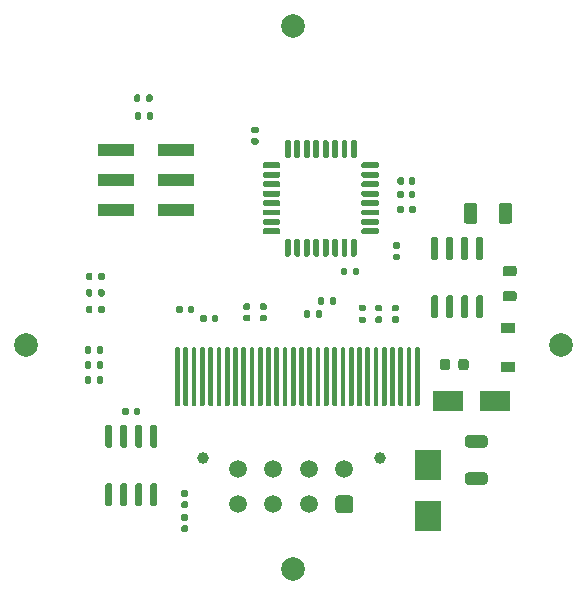
<source format=gbr>
%TF.GenerationSoftware,KiCad,Pcbnew,(5.1.10)-1*%
%TF.CreationDate,2021-10-31T13:05:10-04:00*%
%TF.ProjectId,CAN_Gauge,43414e5f-4761-4756-9765-2e6b69636164,rev?*%
%TF.SameCoordinates,Original*%
%TF.FileFunction,Soldermask,Top*%
%TF.FilePolarity,Negative*%
%FSLAX46Y46*%
G04 Gerber Fmt 4.6, Leading zero omitted, Abs format (unit mm)*
G04 Created by KiCad (PCBNEW (5.1.10)-1) date 2021-10-31 13:05:10*
%MOMM*%
%LPD*%
G01*
G04 APERTURE LIST*
%ADD10R,1.200000X0.900000*%
%ADD11C,1.500000*%
%ADD12C,1.000000*%
%ADD13C,2.000000*%
%ADD14R,3.150000X1.000000*%
%ADD15R,2.300000X2.500000*%
%ADD16R,2.500000X1.800000*%
G04 APERTURE END LIST*
%TO.C,L1*%
G36*
G01*
X151998650Y-92798600D02*
X151236150Y-92798600D01*
G75*
G02*
X151017400Y-92579850I0J218750D01*
G01*
X151017400Y-92142350D01*
G75*
G02*
X151236150Y-91923600I218750J0D01*
G01*
X151998650Y-91923600D01*
G75*
G02*
X152217400Y-92142350I0J-218750D01*
G01*
X152217400Y-92579850D01*
G75*
G02*
X151998650Y-92798600I-218750J0D01*
G01*
G37*
G36*
G01*
X151998650Y-94923600D02*
X151236150Y-94923600D01*
G75*
G02*
X151017400Y-94704850I0J218750D01*
G01*
X151017400Y-94267350D01*
G75*
G02*
X151236150Y-94048600I218750J0D01*
G01*
X151998650Y-94048600D01*
G75*
G02*
X152217400Y-94267350I0J-218750D01*
G01*
X152217400Y-94704850D01*
G75*
G02*
X151998650Y-94923600I-218750J0D01*
G01*
G37*
%TD*%
%TO.C,C11*%
G36*
G01*
X148888600Y-86829999D02*
X148888600Y-88130001D01*
G75*
G02*
X148638601Y-88380000I-249999J0D01*
G01*
X147988599Y-88380000D01*
G75*
G02*
X147738600Y-88130001I0J249999D01*
G01*
X147738600Y-86829999D01*
G75*
G02*
X147988599Y-86580000I249999J0D01*
G01*
X148638601Y-86580000D01*
G75*
G02*
X148888600Y-86829999I0J-249999D01*
G01*
G37*
G36*
G01*
X151838600Y-86829999D02*
X151838600Y-88130001D01*
G75*
G02*
X151588601Y-88380000I-249999J0D01*
G01*
X150938599Y-88380000D01*
G75*
G02*
X150688600Y-88130001I0J249999D01*
G01*
X150688600Y-86829999D01*
G75*
G02*
X150938599Y-86580000I249999J0D01*
G01*
X151588601Y-86580000D01*
G75*
G02*
X151838600Y-86829999I0J-249999D01*
G01*
G37*
%TD*%
D10*
%TO.C,D12*%
X151439600Y-100458400D03*
X151439600Y-97158400D03*
%TD*%
%TO.C,U3*%
G36*
G01*
X148927400Y-94415600D02*
X149227400Y-94415600D01*
G75*
G02*
X149377400Y-94565600I0J-150000D01*
G01*
X149377400Y-96215600D01*
G75*
G02*
X149227400Y-96365600I-150000J0D01*
G01*
X148927400Y-96365600D01*
G75*
G02*
X148777400Y-96215600I0J150000D01*
G01*
X148777400Y-94565600D01*
G75*
G02*
X148927400Y-94415600I150000J0D01*
G01*
G37*
G36*
G01*
X147657400Y-94415600D02*
X147957400Y-94415600D01*
G75*
G02*
X148107400Y-94565600I0J-150000D01*
G01*
X148107400Y-96215600D01*
G75*
G02*
X147957400Y-96365600I-150000J0D01*
G01*
X147657400Y-96365600D01*
G75*
G02*
X147507400Y-96215600I0J150000D01*
G01*
X147507400Y-94565600D01*
G75*
G02*
X147657400Y-94415600I150000J0D01*
G01*
G37*
G36*
G01*
X146387400Y-94415600D02*
X146687400Y-94415600D01*
G75*
G02*
X146837400Y-94565600I0J-150000D01*
G01*
X146837400Y-96215600D01*
G75*
G02*
X146687400Y-96365600I-150000J0D01*
G01*
X146387400Y-96365600D01*
G75*
G02*
X146237400Y-96215600I0J150000D01*
G01*
X146237400Y-94565600D01*
G75*
G02*
X146387400Y-94415600I150000J0D01*
G01*
G37*
G36*
G01*
X145117400Y-94415600D02*
X145417400Y-94415600D01*
G75*
G02*
X145567400Y-94565600I0J-150000D01*
G01*
X145567400Y-96215600D01*
G75*
G02*
X145417400Y-96365600I-150000J0D01*
G01*
X145117400Y-96365600D01*
G75*
G02*
X144967400Y-96215600I0J150000D01*
G01*
X144967400Y-94565600D01*
G75*
G02*
X145117400Y-94415600I150000J0D01*
G01*
G37*
G36*
G01*
X145117400Y-89465600D02*
X145417400Y-89465600D01*
G75*
G02*
X145567400Y-89615600I0J-150000D01*
G01*
X145567400Y-91265600D01*
G75*
G02*
X145417400Y-91415600I-150000J0D01*
G01*
X145117400Y-91415600D01*
G75*
G02*
X144967400Y-91265600I0J150000D01*
G01*
X144967400Y-89615600D01*
G75*
G02*
X145117400Y-89465600I150000J0D01*
G01*
G37*
G36*
G01*
X146387400Y-89465600D02*
X146687400Y-89465600D01*
G75*
G02*
X146837400Y-89615600I0J-150000D01*
G01*
X146837400Y-91265600D01*
G75*
G02*
X146687400Y-91415600I-150000J0D01*
G01*
X146387400Y-91415600D01*
G75*
G02*
X146237400Y-91265600I0J150000D01*
G01*
X146237400Y-89615600D01*
G75*
G02*
X146387400Y-89465600I150000J0D01*
G01*
G37*
G36*
G01*
X147657400Y-89465600D02*
X147957400Y-89465600D01*
G75*
G02*
X148107400Y-89615600I0J-150000D01*
G01*
X148107400Y-91265600D01*
G75*
G02*
X147957400Y-91415600I-150000J0D01*
G01*
X147657400Y-91415600D01*
G75*
G02*
X147507400Y-91265600I0J150000D01*
G01*
X147507400Y-89615600D01*
G75*
G02*
X147657400Y-89465600I150000J0D01*
G01*
G37*
G36*
G01*
X148927400Y-89465600D02*
X149227400Y-89465600D01*
G75*
G02*
X149377400Y-89615600I0J-150000D01*
G01*
X149377400Y-91265600D01*
G75*
G02*
X149227400Y-91415600I-150000J0D01*
G01*
X148927400Y-91415600D01*
G75*
G02*
X148777400Y-91265600I0J150000D01*
G01*
X148777400Y-89615600D01*
G75*
G02*
X148927400Y-89465600I150000J0D01*
G01*
G37*
%TD*%
%TO.C,C10*%
G36*
G01*
X147268400Y-100537850D02*
X147268400Y-100025350D01*
G75*
G02*
X147487150Y-99806600I218750J0D01*
G01*
X147924650Y-99806600D01*
G75*
G02*
X148143400Y-100025350I0J-218750D01*
G01*
X148143400Y-100537850D01*
G75*
G02*
X147924650Y-100756600I-218750J0D01*
G01*
X147487150Y-100756600D01*
G75*
G02*
X147268400Y-100537850I0J218750D01*
G01*
G37*
G36*
G01*
X145693400Y-100537850D02*
X145693400Y-100025350D01*
G75*
G02*
X145912150Y-99806600I218750J0D01*
G01*
X146349650Y-99806600D01*
G75*
G02*
X146568400Y-100025350I0J-218750D01*
G01*
X146568400Y-100537850D01*
G75*
G02*
X146349650Y-100756600I-218750J0D01*
G01*
X145912150Y-100756600D01*
G75*
G02*
X145693400Y-100537850I0J218750D01*
G01*
G37*
%TD*%
%TO.C,U4*%
G36*
G01*
X123304000Y-103723000D02*
X123304000Y-98923000D01*
G75*
G02*
X123404000Y-98823000I100000J0D01*
G01*
X123604000Y-98823000D01*
G75*
G02*
X123704000Y-98923000I0J-100000D01*
G01*
X123704000Y-103723000D01*
G75*
G02*
X123604000Y-103823000I-100000J0D01*
G01*
X123404000Y-103823000D01*
G75*
G02*
X123304000Y-103723000I0J100000D01*
G01*
G37*
G36*
G01*
X124004000Y-103723000D02*
X124004000Y-98923000D01*
G75*
G02*
X124104000Y-98823000I100000J0D01*
G01*
X124304000Y-98823000D01*
G75*
G02*
X124404000Y-98923000I0J-100000D01*
G01*
X124404000Y-103723000D01*
G75*
G02*
X124304000Y-103823000I-100000J0D01*
G01*
X124104000Y-103823000D01*
G75*
G02*
X124004000Y-103723000I0J100000D01*
G01*
G37*
G36*
G01*
X124704000Y-103723000D02*
X124704000Y-98923000D01*
G75*
G02*
X124804000Y-98823000I100000J0D01*
G01*
X125004000Y-98823000D01*
G75*
G02*
X125104000Y-98923000I0J-100000D01*
G01*
X125104000Y-103723000D01*
G75*
G02*
X125004000Y-103823000I-100000J0D01*
G01*
X124804000Y-103823000D01*
G75*
G02*
X124704000Y-103723000I0J100000D01*
G01*
G37*
G36*
G01*
X125404000Y-103723000D02*
X125404000Y-98923000D01*
G75*
G02*
X125504000Y-98823000I100000J0D01*
G01*
X125704000Y-98823000D01*
G75*
G02*
X125804000Y-98923000I0J-100000D01*
G01*
X125804000Y-103723000D01*
G75*
G02*
X125704000Y-103823000I-100000J0D01*
G01*
X125504000Y-103823000D01*
G75*
G02*
X125404000Y-103723000I0J100000D01*
G01*
G37*
G36*
G01*
X126104000Y-103723000D02*
X126104000Y-98923000D01*
G75*
G02*
X126204000Y-98823000I100000J0D01*
G01*
X126404000Y-98823000D01*
G75*
G02*
X126504000Y-98923000I0J-100000D01*
G01*
X126504000Y-103723000D01*
G75*
G02*
X126404000Y-103823000I-100000J0D01*
G01*
X126204000Y-103823000D01*
G75*
G02*
X126104000Y-103723000I0J100000D01*
G01*
G37*
G36*
G01*
X126804000Y-103723000D02*
X126804000Y-98923000D01*
G75*
G02*
X126904000Y-98823000I100000J0D01*
G01*
X127104000Y-98823000D01*
G75*
G02*
X127204000Y-98923000I0J-100000D01*
G01*
X127204000Y-103723000D01*
G75*
G02*
X127104000Y-103823000I-100000J0D01*
G01*
X126904000Y-103823000D01*
G75*
G02*
X126804000Y-103723000I0J100000D01*
G01*
G37*
G36*
G01*
X127504000Y-103723000D02*
X127504000Y-98923000D01*
G75*
G02*
X127604000Y-98823000I100000J0D01*
G01*
X127804000Y-98823000D01*
G75*
G02*
X127904000Y-98923000I0J-100000D01*
G01*
X127904000Y-103723000D01*
G75*
G02*
X127804000Y-103823000I-100000J0D01*
G01*
X127604000Y-103823000D01*
G75*
G02*
X127504000Y-103723000I0J100000D01*
G01*
G37*
G36*
G01*
X128204000Y-103723000D02*
X128204000Y-98923000D01*
G75*
G02*
X128304000Y-98823000I100000J0D01*
G01*
X128504000Y-98823000D01*
G75*
G02*
X128604000Y-98923000I0J-100000D01*
G01*
X128604000Y-103723000D01*
G75*
G02*
X128504000Y-103823000I-100000J0D01*
G01*
X128304000Y-103823000D01*
G75*
G02*
X128204000Y-103723000I0J100000D01*
G01*
G37*
G36*
G01*
X128904000Y-103723000D02*
X128904000Y-98923000D01*
G75*
G02*
X129004000Y-98823000I100000J0D01*
G01*
X129204000Y-98823000D01*
G75*
G02*
X129304000Y-98923000I0J-100000D01*
G01*
X129304000Y-103723000D01*
G75*
G02*
X129204000Y-103823000I-100000J0D01*
G01*
X129004000Y-103823000D01*
G75*
G02*
X128904000Y-103723000I0J100000D01*
G01*
G37*
G36*
G01*
X129604000Y-103723000D02*
X129604000Y-98923000D01*
G75*
G02*
X129704000Y-98823000I100000J0D01*
G01*
X129904000Y-98823000D01*
G75*
G02*
X130004000Y-98923000I0J-100000D01*
G01*
X130004000Y-103723000D01*
G75*
G02*
X129904000Y-103823000I-100000J0D01*
G01*
X129704000Y-103823000D01*
G75*
G02*
X129604000Y-103723000I0J100000D01*
G01*
G37*
G36*
G01*
X130304000Y-103723000D02*
X130304000Y-98923000D01*
G75*
G02*
X130404000Y-98823000I100000J0D01*
G01*
X130604000Y-98823000D01*
G75*
G02*
X130704000Y-98923000I0J-100000D01*
G01*
X130704000Y-103723000D01*
G75*
G02*
X130604000Y-103823000I-100000J0D01*
G01*
X130404000Y-103823000D01*
G75*
G02*
X130304000Y-103723000I0J100000D01*
G01*
G37*
G36*
G01*
X131004000Y-103723000D02*
X131004000Y-98923000D01*
G75*
G02*
X131104000Y-98823000I100000J0D01*
G01*
X131304000Y-98823000D01*
G75*
G02*
X131404000Y-98923000I0J-100000D01*
G01*
X131404000Y-103723000D01*
G75*
G02*
X131304000Y-103823000I-100000J0D01*
G01*
X131104000Y-103823000D01*
G75*
G02*
X131004000Y-103723000I0J100000D01*
G01*
G37*
G36*
G01*
X131704000Y-103723000D02*
X131704000Y-98923000D01*
G75*
G02*
X131804000Y-98823000I100000J0D01*
G01*
X132004000Y-98823000D01*
G75*
G02*
X132104000Y-98923000I0J-100000D01*
G01*
X132104000Y-103723000D01*
G75*
G02*
X132004000Y-103823000I-100000J0D01*
G01*
X131804000Y-103823000D01*
G75*
G02*
X131704000Y-103723000I0J100000D01*
G01*
G37*
G36*
G01*
X132404000Y-103723000D02*
X132404000Y-98923000D01*
G75*
G02*
X132504000Y-98823000I100000J0D01*
G01*
X132704000Y-98823000D01*
G75*
G02*
X132804000Y-98923000I0J-100000D01*
G01*
X132804000Y-103723000D01*
G75*
G02*
X132704000Y-103823000I-100000J0D01*
G01*
X132504000Y-103823000D01*
G75*
G02*
X132404000Y-103723000I0J100000D01*
G01*
G37*
G36*
G01*
X133104000Y-103723000D02*
X133104000Y-98923000D01*
G75*
G02*
X133204000Y-98823000I100000J0D01*
G01*
X133404000Y-98823000D01*
G75*
G02*
X133504000Y-98923000I0J-100000D01*
G01*
X133504000Y-103723000D01*
G75*
G02*
X133404000Y-103823000I-100000J0D01*
G01*
X133204000Y-103823000D01*
G75*
G02*
X133104000Y-103723000I0J100000D01*
G01*
G37*
G36*
G01*
X133804000Y-103723000D02*
X133804000Y-98923000D01*
G75*
G02*
X133904000Y-98823000I100000J0D01*
G01*
X134104000Y-98823000D01*
G75*
G02*
X134204000Y-98923000I0J-100000D01*
G01*
X134204000Y-103723000D01*
G75*
G02*
X134104000Y-103823000I-100000J0D01*
G01*
X133904000Y-103823000D01*
G75*
G02*
X133804000Y-103723000I0J100000D01*
G01*
G37*
G36*
G01*
X134504000Y-103723000D02*
X134504000Y-98923000D01*
G75*
G02*
X134604000Y-98823000I100000J0D01*
G01*
X134804000Y-98823000D01*
G75*
G02*
X134904000Y-98923000I0J-100000D01*
G01*
X134904000Y-103723000D01*
G75*
G02*
X134804000Y-103823000I-100000J0D01*
G01*
X134604000Y-103823000D01*
G75*
G02*
X134504000Y-103723000I0J100000D01*
G01*
G37*
G36*
G01*
X135204000Y-103723000D02*
X135204000Y-98923000D01*
G75*
G02*
X135304000Y-98823000I100000J0D01*
G01*
X135504000Y-98823000D01*
G75*
G02*
X135604000Y-98923000I0J-100000D01*
G01*
X135604000Y-103723000D01*
G75*
G02*
X135504000Y-103823000I-100000J0D01*
G01*
X135304000Y-103823000D01*
G75*
G02*
X135204000Y-103723000I0J100000D01*
G01*
G37*
G36*
G01*
X135904000Y-103723000D02*
X135904000Y-98923000D01*
G75*
G02*
X136004000Y-98823000I100000J0D01*
G01*
X136204000Y-98823000D01*
G75*
G02*
X136304000Y-98923000I0J-100000D01*
G01*
X136304000Y-103723000D01*
G75*
G02*
X136204000Y-103823000I-100000J0D01*
G01*
X136004000Y-103823000D01*
G75*
G02*
X135904000Y-103723000I0J100000D01*
G01*
G37*
G36*
G01*
X136604000Y-103723000D02*
X136604000Y-98923000D01*
G75*
G02*
X136704000Y-98823000I100000J0D01*
G01*
X136904000Y-98823000D01*
G75*
G02*
X137004000Y-98923000I0J-100000D01*
G01*
X137004000Y-103723000D01*
G75*
G02*
X136904000Y-103823000I-100000J0D01*
G01*
X136704000Y-103823000D01*
G75*
G02*
X136604000Y-103723000I0J100000D01*
G01*
G37*
G36*
G01*
X137304000Y-103723000D02*
X137304000Y-98923000D01*
G75*
G02*
X137404000Y-98823000I100000J0D01*
G01*
X137604000Y-98823000D01*
G75*
G02*
X137704000Y-98923000I0J-100000D01*
G01*
X137704000Y-103723000D01*
G75*
G02*
X137604000Y-103823000I-100000J0D01*
G01*
X137404000Y-103823000D01*
G75*
G02*
X137304000Y-103723000I0J100000D01*
G01*
G37*
G36*
G01*
X138004000Y-103723000D02*
X138004000Y-98923000D01*
G75*
G02*
X138104000Y-98823000I100000J0D01*
G01*
X138304000Y-98823000D01*
G75*
G02*
X138404000Y-98923000I0J-100000D01*
G01*
X138404000Y-103723000D01*
G75*
G02*
X138304000Y-103823000I-100000J0D01*
G01*
X138104000Y-103823000D01*
G75*
G02*
X138004000Y-103723000I0J100000D01*
G01*
G37*
G36*
G01*
X138704000Y-103723000D02*
X138704000Y-98923000D01*
G75*
G02*
X138804000Y-98823000I100000J0D01*
G01*
X139004000Y-98823000D01*
G75*
G02*
X139104000Y-98923000I0J-100000D01*
G01*
X139104000Y-103723000D01*
G75*
G02*
X139004000Y-103823000I-100000J0D01*
G01*
X138804000Y-103823000D01*
G75*
G02*
X138704000Y-103723000I0J100000D01*
G01*
G37*
G36*
G01*
X139404000Y-103723000D02*
X139404000Y-98923000D01*
G75*
G02*
X139504000Y-98823000I100000J0D01*
G01*
X139704000Y-98823000D01*
G75*
G02*
X139804000Y-98923000I0J-100000D01*
G01*
X139804000Y-103723000D01*
G75*
G02*
X139704000Y-103823000I-100000J0D01*
G01*
X139504000Y-103823000D01*
G75*
G02*
X139404000Y-103723000I0J100000D01*
G01*
G37*
G36*
G01*
X140104000Y-103723000D02*
X140104000Y-98923000D01*
G75*
G02*
X140204000Y-98823000I100000J0D01*
G01*
X140404000Y-98823000D01*
G75*
G02*
X140504000Y-98923000I0J-100000D01*
G01*
X140504000Y-103723000D01*
G75*
G02*
X140404000Y-103823000I-100000J0D01*
G01*
X140204000Y-103823000D01*
G75*
G02*
X140104000Y-103723000I0J100000D01*
G01*
G37*
G36*
G01*
X140804000Y-103723000D02*
X140804000Y-98923000D01*
G75*
G02*
X140904000Y-98823000I100000J0D01*
G01*
X141104000Y-98823000D01*
G75*
G02*
X141204000Y-98923000I0J-100000D01*
G01*
X141204000Y-103723000D01*
G75*
G02*
X141104000Y-103823000I-100000J0D01*
G01*
X140904000Y-103823000D01*
G75*
G02*
X140804000Y-103723000I0J100000D01*
G01*
G37*
G36*
G01*
X141504000Y-103723000D02*
X141504000Y-98923000D01*
G75*
G02*
X141604000Y-98823000I100000J0D01*
G01*
X141804000Y-98823000D01*
G75*
G02*
X141904000Y-98923000I0J-100000D01*
G01*
X141904000Y-103723000D01*
G75*
G02*
X141804000Y-103823000I-100000J0D01*
G01*
X141604000Y-103823000D01*
G75*
G02*
X141504000Y-103723000I0J100000D01*
G01*
G37*
G36*
G01*
X142204000Y-103723000D02*
X142204000Y-98923000D01*
G75*
G02*
X142304000Y-98823000I100000J0D01*
G01*
X142504000Y-98823000D01*
G75*
G02*
X142604000Y-98923000I0J-100000D01*
G01*
X142604000Y-103723000D01*
G75*
G02*
X142504000Y-103823000I-100000J0D01*
G01*
X142304000Y-103823000D01*
G75*
G02*
X142204000Y-103723000I0J100000D01*
G01*
G37*
G36*
G01*
X142904000Y-103723000D02*
X142904000Y-98923000D01*
G75*
G02*
X143004000Y-98823000I100000J0D01*
G01*
X143204000Y-98823000D01*
G75*
G02*
X143304000Y-98923000I0J-100000D01*
G01*
X143304000Y-103723000D01*
G75*
G02*
X143204000Y-103823000I-100000J0D01*
G01*
X143004000Y-103823000D01*
G75*
G02*
X142904000Y-103723000I0J100000D01*
G01*
G37*
G36*
G01*
X143604000Y-103723000D02*
X143604000Y-98923000D01*
G75*
G02*
X143704000Y-98823000I100000J0D01*
G01*
X143904000Y-98823000D01*
G75*
G02*
X144004000Y-98923000I0J-100000D01*
G01*
X144004000Y-103723000D01*
G75*
G02*
X143904000Y-103823000I-100000J0D01*
G01*
X143704000Y-103823000D01*
G75*
G02*
X143604000Y-103723000I0J100000D01*
G01*
G37*
%TD*%
%TO.C,U1*%
G36*
G01*
X138690800Y-89760000D02*
X138690800Y-91010000D01*
G75*
G02*
X138565800Y-91135000I-125000J0D01*
G01*
X138315800Y-91135000D01*
G75*
G02*
X138190800Y-91010000I0J125000D01*
G01*
X138190800Y-89760000D01*
G75*
G02*
X138315800Y-89635000I125000J0D01*
G01*
X138565800Y-89635000D01*
G75*
G02*
X138690800Y-89760000I0J-125000D01*
G01*
G37*
G36*
G01*
X137890800Y-89760000D02*
X137890800Y-91010000D01*
G75*
G02*
X137765800Y-91135000I-125000J0D01*
G01*
X137515800Y-91135000D01*
G75*
G02*
X137390800Y-91010000I0J125000D01*
G01*
X137390800Y-89760000D01*
G75*
G02*
X137515800Y-89635000I125000J0D01*
G01*
X137765800Y-89635000D01*
G75*
G02*
X137890800Y-89760000I0J-125000D01*
G01*
G37*
G36*
G01*
X137090800Y-89760000D02*
X137090800Y-91010000D01*
G75*
G02*
X136965800Y-91135000I-125000J0D01*
G01*
X136715800Y-91135000D01*
G75*
G02*
X136590800Y-91010000I0J125000D01*
G01*
X136590800Y-89760000D01*
G75*
G02*
X136715800Y-89635000I125000J0D01*
G01*
X136965800Y-89635000D01*
G75*
G02*
X137090800Y-89760000I0J-125000D01*
G01*
G37*
G36*
G01*
X136290800Y-89760000D02*
X136290800Y-91010000D01*
G75*
G02*
X136165800Y-91135000I-125000J0D01*
G01*
X135915800Y-91135000D01*
G75*
G02*
X135790800Y-91010000I0J125000D01*
G01*
X135790800Y-89760000D01*
G75*
G02*
X135915800Y-89635000I125000J0D01*
G01*
X136165800Y-89635000D01*
G75*
G02*
X136290800Y-89760000I0J-125000D01*
G01*
G37*
G36*
G01*
X135490800Y-89760000D02*
X135490800Y-91010000D01*
G75*
G02*
X135365800Y-91135000I-125000J0D01*
G01*
X135115800Y-91135000D01*
G75*
G02*
X134990800Y-91010000I0J125000D01*
G01*
X134990800Y-89760000D01*
G75*
G02*
X135115800Y-89635000I125000J0D01*
G01*
X135365800Y-89635000D01*
G75*
G02*
X135490800Y-89760000I0J-125000D01*
G01*
G37*
G36*
G01*
X134690800Y-89760000D02*
X134690800Y-91010000D01*
G75*
G02*
X134565800Y-91135000I-125000J0D01*
G01*
X134315800Y-91135000D01*
G75*
G02*
X134190800Y-91010000I0J125000D01*
G01*
X134190800Y-89760000D01*
G75*
G02*
X134315800Y-89635000I125000J0D01*
G01*
X134565800Y-89635000D01*
G75*
G02*
X134690800Y-89760000I0J-125000D01*
G01*
G37*
G36*
G01*
X133890800Y-89760000D02*
X133890800Y-91010000D01*
G75*
G02*
X133765800Y-91135000I-125000J0D01*
G01*
X133515800Y-91135000D01*
G75*
G02*
X133390800Y-91010000I0J125000D01*
G01*
X133390800Y-89760000D01*
G75*
G02*
X133515800Y-89635000I125000J0D01*
G01*
X133765800Y-89635000D01*
G75*
G02*
X133890800Y-89760000I0J-125000D01*
G01*
G37*
G36*
G01*
X133090800Y-89760000D02*
X133090800Y-91010000D01*
G75*
G02*
X132965800Y-91135000I-125000J0D01*
G01*
X132715800Y-91135000D01*
G75*
G02*
X132590800Y-91010000I0J125000D01*
G01*
X132590800Y-89760000D01*
G75*
G02*
X132715800Y-89635000I125000J0D01*
G01*
X132965800Y-89635000D01*
G75*
G02*
X133090800Y-89760000I0J-125000D01*
G01*
G37*
G36*
G01*
X132215800Y-88885000D02*
X132215800Y-89135000D01*
G75*
G02*
X132090800Y-89260000I-125000J0D01*
G01*
X130840800Y-89260000D01*
G75*
G02*
X130715800Y-89135000I0J125000D01*
G01*
X130715800Y-88885000D01*
G75*
G02*
X130840800Y-88760000I125000J0D01*
G01*
X132090800Y-88760000D01*
G75*
G02*
X132215800Y-88885000I0J-125000D01*
G01*
G37*
G36*
G01*
X132215800Y-88085000D02*
X132215800Y-88335000D01*
G75*
G02*
X132090800Y-88460000I-125000J0D01*
G01*
X130840800Y-88460000D01*
G75*
G02*
X130715800Y-88335000I0J125000D01*
G01*
X130715800Y-88085000D01*
G75*
G02*
X130840800Y-87960000I125000J0D01*
G01*
X132090800Y-87960000D01*
G75*
G02*
X132215800Y-88085000I0J-125000D01*
G01*
G37*
G36*
G01*
X132215800Y-87285000D02*
X132215800Y-87535000D01*
G75*
G02*
X132090800Y-87660000I-125000J0D01*
G01*
X130840800Y-87660000D01*
G75*
G02*
X130715800Y-87535000I0J125000D01*
G01*
X130715800Y-87285000D01*
G75*
G02*
X130840800Y-87160000I125000J0D01*
G01*
X132090800Y-87160000D01*
G75*
G02*
X132215800Y-87285000I0J-125000D01*
G01*
G37*
G36*
G01*
X132215800Y-86485000D02*
X132215800Y-86735000D01*
G75*
G02*
X132090800Y-86860000I-125000J0D01*
G01*
X130840800Y-86860000D01*
G75*
G02*
X130715800Y-86735000I0J125000D01*
G01*
X130715800Y-86485000D01*
G75*
G02*
X130840800Y-86360000I125000J0D01*
G01*
X132090800Y-86360000D01*
G75*
G02*
X132215800Y-86485000I0J-125000D01*
G01*
G37*
G36*
G01*
X132215800Y-85685000D02*
X132215800Y-85935000D01*
G75*
G02*
X132090800Y-86060000I-125000J0D01*
G01*
X130840800Y-86060000D01*
G75*
G02*
X130715800Y-85935000I0J125000D01*
G01*
X130715800Y-85685000D01*
G75*
G02*
X130840800Y-85560000I125000J0D01*
G01*
X132090800Y-85560000D01*
G75*
G02*
X132215800Y-85685000I0J-125000D01*
G01*
G37*
G36*
G01*
X132215800Y-84885000D02*
X132215800Y-85135000D01*
G75*
G02*
X132090800Y-85260000I-125000J0D01*
G01*
X130840800Y-85260000D01*
G75*
G02*
X130715800Y-85135000I0J125000D01*
G01*
X130715800Y-84885000D01*
G75*
G02*
X130840800Y-84760000I125000J0D01*
G01*
X132090800Y-84760000D01*
G75*
G02*
X132215800Y-84885000I0J-125000D01*
G01*
G37*
G36*
G01*
X132215800Y-84085000D02*
X132215800Y-84335000D01*
G75*
G02*
X132090800Y-84460000I-125000J0D01*
G01*
X130840800Y-84460000D01*
G75*
G02*
X130715800Y-84335000I0J125000D01*
G01*
X130715800Y-84085000D01*
G75*
G02*
X130840800Y-83960000I125000J0D01*
G01*
X132090800Y-83960000D01*
G75*
G02*
X132215800Y-84085000I0J-125000D01*
G01*
G37*
G36*
G01*
X132215800Y-83285000D02*
X132215800Y-83535000D01*
G75*
G02*
X132090800Y-83660000I-125000J0D01*
G01*
X130840800Y-83660000D01*
G75*
G02*
X130715800Y-83535000I0J125000D01*
G01*
X130715800Y-83285000D01*
G75*
G02*
X130840800Y-83160000I125000J0D01*
G01*
X132090800Y-83160000D01*
G75*
G02*
X132215800Y-83285000I0J-125000D01*
G01*
G37*
G36*
G01*
X133090800Y-81410000D02*
X133090800Y-82660000D01*
G75*
G02*
X132965800Y-82785000I-125000J0D01*
G01*
X132715800Y-82785000D01*
G75*
G02*
X132590800Y-82660000I0J125000D01*
G01*
X132590800Y-81410000D01*
G75*
G02*
X132715800Y-81285000I125000J0D01*
G01*
X132965800Y-81285000D01*
G75*
G02*
X133090800Y-81410000I0J-125000D01*
G01*
G37*
G36*
G01*
X133890800Y-81410000D02*
X133890800Y-82660000D01*
G75*
G02*
X133765800Y-82785000I-125000J0D01*
G01*
X133515800Y-82785000D01*
G75*
G02*
X133390800Y-82660000I0J125000D01*
G01*
X133390800Y-81410000D01*
G75*
G02*
X133515800Y-81285000I125000J0D01*
G01*
X133765800Y-81285000D01*
G75*
G02*
X133890800Y-81410000I0J-125000D01*
G01*
G37*
G36*
G01*
X134690800Y-81410000D02*
X134690800Y-82660000D01*
G75*
G02*
X134565800Y-82785000I-125000J0D01*
G01*
X134315800Y-82785000D01*
G75*
G02*
X134190800Y-82660000I0J125000D01*
G01*
X134190800Y-81410000D01*
G75*
G02*
X134315800Y-81285000I125000J0D01*
G01*
X134565800Y-81285000D01*
G75*
G02*
X134690800Y-81410000I0J-125000D01*
G01*
G37*
G36*
G01*
X135490800Y-81410000D02*
X135490800Y-82660000D01*
G75*
G02*
X135365800Y-82785000I-125000J0D01*
G01*
X135115800Y-82785000D01*
G75*
G02*
X134990800Y-82660000I0J125000D01*
G01*
X134990800Y-81410000D01*
G75*
G02*
X135115800Y-81285000I125000J0D01*
G01*
X135365800Y-81285000D01*
G75*
G02*
X135490800Y-81410000I0J-125000D01*
G01*
G37*
G36*
G01*
X136290800Y-81410000D02*
X136290800Y-82660000D01*
G75*
G02*
X136165800Y-82785000I-125000J0D01*
G01*
X135915800Y-82785000D01*
G75*
G02*
X135790800Y-82660000I0J125000D01*
G01*
X135790800Y-81410000D01*
G75*
G02*
X135915800Y-81285000I125000J0D01*
G01*
X136165800Y-81285000D01*
G75*
G02*
X136290800Y-81410000I0J-125000D01*
G01*
G37*
G36*
G01*
X137090800Y-81410000D02*
X137090800Y-82660000D01*
G75*
G02*
X136965800Y-82785000I-125000J0D01*
G01*
X136715800Y-82785000D01*
G75*
G02*
X136590800Y-82660000I0J125000D01*
G01*
X136590800Y-81410000D01*
G75*
G02*
X136715800Y-81285000I125000J0D01*
G01*
X136965800Y-81285000D01*
G75*
G02*
X137090800Y-81410000I0J-125000D01*
G01*
G37*
G36*
G01*
X137890800Y-81410000D02*
X137890800Y-82660000D01*
G75*
G02*
X137765800Y-82785000I-125000J0D01*
G01*
X137515800Y-82785000D01*
G75*
G02*
X137390800Y-82660000I0J125000D01*
G01*
X137390800Y-81410000D01*
G75*
G02*
X137515800Y-81285000I125000J0D01*
G01*
X137765800Y-81285000D01*
G75*
G02*
X137890800Y-81410000I0J-125000D01*
G01*
G37*
G36*
G01*
X138690800Y-81410000D02*
X138690800Y-82660000D01*
G75*
G02*
X138565800Y-82785000I-125000J0D01*
G01*
X138315800Y-82785000D01*
G75*
G02*
X138190800Y-82660000I0J125000D01*
G01*
X138190800Y-81410000D01*
G75*
G02*
X138315800Y-81285000I125000J0D01*
G01*
X138565800Y-81285000D01*
G75*
G02*
X138690800Y-81410000I0J-125000D01*
G01*
G37*
G36*
G01*
X140565800Y-83285000D02*
X140565800Y-83535000D01*
G75*
G02*
X140440800Y-83660000I-125000J0D01*
G01*
X139190800Y-83660000D01*
G75*
G02*
X139065800Y-83535000I0J125000D01*
G01*
X139065800Y-83285000D01*
G75*
G02*
X139190800Y-83160000I125000J0D01*
G01*
X140440800Y-83160000D01*
G75*
G02*
X140565800Y-83285000I0J-125000D01*
G01*
G37*
G36*
G01*
X140565800Y-84085000D02*
X140565800Y-84335000D01*
G75*
G02*
X140440800Y-84460000I-125000J0D01*
G01*
X139190800Y-84460000D01*
G75*
G02*
X139065800Y-84335000I0J125000D01*
G01*
X139065800Y-84085000D01*
G75*
G02*
X139190800Y-83960000I125000J0D01*
G01*
X140440800Y-83960000D01*
G75*
G02*
X140565800Y-84085000I0J-125000D01*
G01*
G37*
G36*
G01*
X140565800Y-84885000D02*
X140565800Y-85135000D01*
G75*
G02*
X140440800Y-85260000I-125000J0D01*
G01*
X139190800Y-85260000D01*
G75*
G02*
X139065800Y-85135000I0J125000D01*
G01*
X139065800Y-84885000D01*
G75*
G02*
X139190800Y-84760000I125000J0D01*
G01*
X140440800Y-84760000D01*
G75*
G02*
X140565800Y-84885000I0J-125000D01*
G01*
G37*
G36*
G01*
X140565800Y-85685000D02*
X140565800Y-85935000D01*
G75*
G02*
X140440800Y-86060000I-125000J0D01*
G01*
X139190800Y-86060000D01*
G75*
G02*
X139065800Y-85935000I0J125000D01*
G01*
X139065800Y-85685000D01*
G75*
G02*
X139190800Y-85560000I125000J0D01*
G01*
X140440800Y-85560000D01*
G75*
G02*
X140565800Y-85685000I0J-125000D01*
G01*
G37*
G36*
G01*
X140565800Y-86485000D02*
X140565800Y-86735000D01*
G75*
G02*
X140440800Y-86860000I-125000J0D01*
G01*
X139190800Y-86860000D01*
G75*
G02*
X139065800Y-86735000I0J125000D01*
G01*
X139065800Y-86485000D01*
G75*
G02*
X139190800Y-86360000I125000J0D01*
G01*
X140440800Y-86360000D01*
G75*
G02*
X140565800Y-86485000I0J-125000D01*
G01*
G37*
G36*
G01*
X140565800Y-87285000D02*
X140565800Y-87535000D01*
G75*
G02*
X140440800Y-87660000I-125000J0D01*
G01*
X139190800Y-87660000D01*
G75*
G02*
X139065800Y-87535000I0J125000D01*
G01*
X139065800Y-87285000D01*
G75*
G02*
X139190800Y-87160000I125000J0D01*
G01*
X140440800Y-87160000D01*
G75*
G02*
X140565800Y-87285000I0J-125000D01*
G01*
G37*
G36*
G01*
X140565800Y-88085000D02*
X140565800Y-88335000D01*
G75*
G02*
X140440800Y-88460000I-125000J0D01*
G01*
X139190800Y-88460000D01*
G75*
G02*
X139065800Y-88335000I0J125000D01*
G01*
X139065800Y-88085000D01*
G75*
G02*
X139190800Y-87960000I125000J0D01*
G01*
X140440800Y-87960000D01*
G75*
G02*
X140565800Y-88085000I0J-125000D01*
G01*
G37*
G36*
G01*
X140565800Y-88885000D02*
X140565800Y-89135000D01*
G75*
G02*
X140440800Y-89260000I-125000J0D01*
G01*
X139190800Y-89260000D01*
G75*
G02*
X139065800Y-89135000I0J125000D01*
G01*
X139065800Y-88885000D01*
G75*
G02*
X139190800Y-88760000I125000J0D01*
G01*
X140440800Y-88760000D01*
G75*
G02*
X140565800Y-88885000I0J-125000D01*
G01*
G37*
%TD*%
%TO.C,R22*%
G36*
G01*
X120414800Y-79065400D02*
X120414800Y-79435400D01*
G75*
G02*
X120279800Y-79570400I-135000J0D01*
G01*
X120009800Y-79570400D01*
G75*
G02*
X119874800Y-79435400I0J135000D01*
G01*
X119874800Y-79065400D01*
G75*
G02*
X120009800Y-78930400I135000J0D01*
G01*
X120279800Y-78930400D01*
G75*
G02*
X120414800Y-79065400I0J-135000D01*
G01*
G37*
G36*
G01*
X121434800Y-79065400D02*
X121434800Y-79435400D01*
G75*
G02*
X121299800Y-79570400I-135000J0D01*
G01*
X121029800Y-79570400D01*
G75*
G02*
X120894800Y-79435400I0J135000D01*
G01*
X120894800Y-79065400D01*
G75*
G02*
X121029800Y-78930400I135000J0D01*
G01*
X121299800Y-78930400D01*
G75*
G02*
X121434800Y-79065400I0J-135000D01*
G01*
G37*
%TD*%
%TO.C,R6*%
G36*
G01*
X120364000Y-77541400D02*
X120364000Y-77911400D01*
G75*
G02*
X120229000Y-78046400I-135000J0D01*
G01*
X119959000Y-78046400D01*
G75*
G02*
X119824000Y-77911400I0J135000D01*
G01*
X119824000Y-77541400D01*
G75*
G02*
X119959000Y-77406400I135000J0D01*
G01*
X120229000Y-77406400D01*
G75*
G02*
X120364000Y-77541400I0J-135000D01*
G01*
G37*
G36*
G01*
X121384000Y-77541400D02*
X121384000Y-77911400D01*
G75*
G02*
X121249000Y-78046400I-135000J0D01*
G01*
X120979000Y-78046400D01*
G75*
G02*
X120844000Y-77911400I0J135000D01*
G01*
X120844000Y-77541400D01*
G75*
G02*
X120979000Y-77406400I135000J0D01*
G01*
X121249000Y-77406400D01*
G75*
G02*
X121384000Y-77541400I0J-135000D01*
G01*
G37*
%TD*%
%TO.C,L2*%
G36*
G01*
X142687800Y-86977300D02*
X142687800Y-87322300D01*
G75*
G02*
X142540300Y-87469800I-147500J0D01*
G01*
X142245300Y-87469800D01*
G75*
G02*
X142097800Y-87322300I0J147500D01*
G01*
X142097800Y-86977300D01*
G75*
G02*
X142245300Y-86829800I147500J0D01*
G01*
X142540300Y-86829800D01*
G75*
G02*
X142687800Y-86977300I0J-147500D01*
G01*
G37*
G36*
G01*
X143657800Y-86977300D02*
X143657800Y-87322300D01*
G75*
G02*
X143510300Y-87469800I-147500J0D01*
G01*
X143215300Y-87469800D01*
G75*
G02*
X143067800Y-87322300I0J147500D01*
G01*
X143067800Y-86977300D01*
G75*
G02*
X143215300Y-86829800I147500J0D01*
G01*
X143510300Y-86829800D01*
G75*
G02*
X143657800Y-86977300I0J-147500D01*
G01*
G37*
%TD*%
D11*
%TO.C,J2*%
X128622000Y-109118000D03*
X131622000Y-109118000D03*
X134622000Y-109118000D03*
X137622000Y-109118000D03*
X128622000Y-112118000D03*
X131622000Y-112118000D03*
X134622000Y-112118000D03*
G36*
G01*
X138372000Y-111618000D02*
X138372000Y-112618000D01*
G75*
G02*
X138122000Y-112868000I-250000J0D01*
G01*
X137122000Y-112868000D01*
G75*
G02*
X136872000Y-112618000I0J250000D01*
G01*
X136872000Y-111618000D01*
G75*
G02*
X137122000Y-111368000I250000J0D01*
G01*
X138122000Y-111368000D01*
G75*
G02*
X138372000Y-111618000I0J-250000D01*
G01*
G37*
D12*
X125622000Y-108178000D03*
X140622000Y-108178000D03*
%TD*%
D13*
%TO.C,H4*%
X133304000Y-71592000D03*
%TD*%
D14*
%TO.C,J1*%
X123383000Y-87226000D03*
X118333000Y-87226000D03*
X123383000Y-84686000D03*
X118333000Y-84686000D03*
X123383000Y-82146000D03*
X118333000Y-82146000D03*
%TD*%
D13*
%TO.C,H3*%
X155954578Y-98585908D03*
%TD*%
%TO.C,H2*%
X110653422Y-98585908D03*
%TD*%
%TO.C,H1*%
X133304000Y-117592000D03*
%TD*%
D15*
%TO.C,D22*%
X144734000Y-113125000D03*
X144734000Y-108825000D03*
%TD*%
%TO.C,C9*%
G36*
G01*
X148097999Y-109408800D02*
X149498001Y-109408800D01*
G75*
G02*
X149748000Y-109658799I0J-249999D01*
G01*
X149748000Y-110208801D01*
G75*
G02*
X149498001Y-110458800I-249999J0D01*
G01*
X148097999Y-110458800D01*
G75*
G02*
X147848000Y-110208801I0J249999D01*
G01*
X147848000Y-109658799D01*
G75*
G02*
X148097999Y-109408800I249999J0D01*
G01*
G37*
G36*
G01*
X148097999Y-106258800D02*
X149498001Y-106258800D01*
G75*
G02*
X149748000Y-106508799I0J-249999D01*
G01*
X149748000Y-107058801D01*
G75*
G02*
X149498001Y-107308800I-249999J0D01*
G01*
X148097999Y-107308800D01*
G75*
G02*
X147848000Y-107058801I0J249999D01*
G01*
X147848000Y-106508799D01*
G75*
G02*
X148097999Y-106258800I249999J0D01*
G01*
G37*
%TD*%
%TO.C,R26*%
G36*
G01*
X138961000Y-96229000D02*
X139331000Y-96229000D01*
G75*
G02*
X139466000Y-96364000I0J-135000D01*
G01*
X139466000Y-96634000D01*
G75*
G02*
X139331000Y-96769000I-135000J0D01*
G01*
X138961000Y-96769000D01*
G75*
G02*
X138826000Y-96634000I0J135000D01*
G01*
X138826000Y-96364000D01*
G75*
G02*
X138961000Y-96229000I135000J0D01*
G01*
G37*
G36*
G01*
X138961000Y-95209000D02*
X139331000Y-95209000D01*
G75*
G02*
X139466000Y-95344000I0J-135000D01*
G01*
X139466000Y-95614000D01*
G75*
G02*
X139331000Y-95749000I-135000J0D01*
G01*
X138961000Y-95749000D01*
G75*
G02*
X138826000Y-95614000I0J135000D01*
G01*
X138826000Y-95344000D01*
G75*
G02*
X138961000Y-95209000I135000J0D01*
G01*
G37*
%TD*%
%TO.C,R25*%
G36*
G01*
X136388800Y-95081800D02*
X136388800Y-94711800D01*
G75*
G02*
X136523800Y-94576800I135000J0D01*
G01*
X136793800Y-94576800D01*
G75*
G02*
X136928800Y-94711800I0J-135000D01*
G01*
X136928800Y-95081800D01*
G75*
G02*
X136793800Y-95216800I-135000J0D01*
G01*
X136523800Y-95216800D01*
G75*
G02*
X136388800Y-95081800I0J135000D01*
G01*
G37*
G36*
G01*
X135368800Y-95081800D02*
X135368800Y-94711800D01*
G75*
G02*
X135503800Y-94576800I135000J0D01*
G01*
X135773800Y-94576800D01*
G75*
G02*
X135908800Y-94711800I0J-135000D01*
G01*
X135908800Y-95081800D01*
G75*
G02*
X135773800Y-95216800I-135000J0D01*
G01*
X135503800Y-95216800D01*
G75*
G02*
X135368800Y-95081800I0J135000D01*
G01*
G37*
%TD*%
%TO.C,R24*%
G36*
G01*
X134715000Y-95804000D02*
X134715000Y-96174000D01*
G75*
G02*
X134580000Y-96309000I-135000J0D01*
G01*
X134310000Y-96309000D01*
G75*
G02*
X134175000Y-96174000I0J135000D01*
G01*
X134175000Y-95804000D01*
G75*
G02*
X134310000Y-95669000I135000J0D01*
G01*
X134580000Y-95669000D01*
G75*
G02*
X134715000Y-95804000I0J-135000D01*
G01*
G37*
G36*
G01*
X135735000Y-95804000D02*
X135735000Y-96174000D01*
G75*
G02*
X135600000Y-96309000I-135000J0D01*
G01*
X135330000Y-96309000D01*
G75*
G02*
X135195000Y-96174000I0J135000D01*
G01*
X135195000Y-95804000D01*
G75*
G02*
X135330000Y-95669000I135000J0D01*
G01*
X135600000Y-95669000D01*
G75*
G02*
X135735000Y-95804000I0J-135000D01*
G01*
G37*
%TD*%
%TO.C,C18*%
G36*
G01*
X123960000Y-95438000D02*
X123960000Y-95778000D01*
G75*
G02*
X123820000Y-95918000I-140000J0D01*
G01*
X123540000Y-95918000D01*
G75*
G02*
X123400000Y-95778000I0J140000D01*
G01*
X123400000Y-95438000D01*
G75*
G02*
X123540000Y-95298000I140000J0D01*
G01*
X123820000Y-95298000D01*
G75*
G02*
X123960000Y-95438000I0J-140000D01*
G01*
G37*
G36*
G01*
X124920000Y-95438000D02*
X124920000Y-95778000D01*
G75*
G02*
X124780000Y-95918000I-140000J0D01*
G01*
X124500000Y-95918000D01*
G75*
G02*
X124360000Y-95778000I0J140000D01*
G01*
X124360000Y-95438000D01*
G75*
G02*
X124500000Y-95298000I140000J0D01*
G01*
X124780000Y-95298000D01*
G75*
G02*
X124920000Y-95438000I0J-140000D01*
G01*
G37*
%TD*%
%TO.C,C17*%
G36*
G01*
X141770000Y-96189000D02*
X142110000Y-96189000D01*
G75*
G02*
X142250000Y-96329000I0J-140000D01*
G01*
X142250000Y-96609000D01*
G75*
G02*
X142110000Y-96749000I-140000J0D01*
G01*
X141770000Y-96749000D01*
G75*
G02*
X141630000Y-96609000I0J140000D01*
G01*
X141630000Y-96329000D01*
G75*
G02*
X141770000Y-96189000I140000J0D01*
G01*
G37*
G36*
G01*
X141770000Y-95229000D02*
X142110000Y-95229000D01*
G75*
G02*
X142250000Y-95369000I0J-140000D01*
G01*
X142250000Y-95649000D01*
G75*
G02*
X142110000Y-95789000I-140000J0D01*
G01*
X141770000Y-95789000D01*
G75*
G02*
X141630000Y-95649000I0J140000D01*
G01*
X141630000Y-95369000D01*
G75*
G02*
X141770000Y-95229000I140000J0D01*
G01*
G37*
%TD*%
%TO.C,C16*%
G36*
G01*
X125992000Y-96200000D02*
X125992000Y-96540000D01*
G75*
G02*
X125852000Y-96680000I-140000J0D01*
G01*
X125572000Y-96680000D01*
G75*
G02*
X125432000Y-96540000I0J140000D01*
G01*
X125432000Y-96200000D01*
G75*
G02*
X125572000Y-96060000I140000J0D01*
G01*
X125852000Y-96060000D01*
G75*
G02*
X125992000Y-96200000I0J-140000D01*
G01*
G37*
G36*
G01*
X126952000Y-96200000D02*
X126952000Y-96540000D01*
G75*
G02*
X126812000Y-96680000I-140000J0D01*
G01*
X126532000Y-96680000D01*
G75*
G02*
X126392000Y-96540000I0J140000D01*
G01*
X126392000Y-96200000D01*
G75*
G02*
X126532000Y-96060000I140000J0D01*
G01*
X126812000Y-96060000D01*
G75*
G02*
X126952000Y-96200000I0J-140000D01*
G01*
G37*
%TD*%
%TO.C,C15*%
G36*
G01*
X140373000Y-96189000D02*
X140713000Y-96189000D01*
G75*
G02*
X140853000Y-96329000I0J-140000D01*
G01*
X140853000Y-96609000D01*
G75*
G02*
X140713000Y-96749000I-140000J0D01*
G01*
X140373000Y-96749000D01*
G75*
G02*
X140233000Y-96609000I0J140000D01*
G01*
X140233000Y-96329000D01*
G75*
G02*
X140373000Y-96189000I140000J0D01*
G01*
G37*
G36*
G01*
X140373000Y-95229000D02*
X140713000Y-95229000D01*
G75*
G02*
X140853000Y-95369000I0J-140000D01*
G01*
X140853000Y-95649000D01*
G75*
G02*
X140713000Y-95789000I-140000J0D01*
G01*
X140373000Y-95789000D01*
G75*
G02*
X140233000Y-95649000I0J140000D01*
G01*
X140233000Y-95369000D01*
G75*
G02*
X140373000Y-95229000I140000J0D01*
G01*
G37*
%TD*%
%TO.C,C14*%
G36*
G01*
X129197000Y-96062000D02*
X129537000Y-96062000D01*
G75*
G02*
X129677000Y-96202000I0J-140000D01*
G01*
X129677000Y-96482000D01*
G75*
G02*
X129537000Y-96622000I-140000J0D01*
G01*
X129197000Y-96622000D01*
G75*
G02*
X129057000Y-96482000I0J140000D01*
G01*
X129057000Y-96202000D01*
G75*
G02*
X129197000Y-96062000I140000J0D01*
G01*
G37*
G36*
G01*
X129197000Y-95102000D02*
X129537000Y-95102000D01*
G75*
G02*
X129677000Y-95242000I0J-140000D01*
G01*
X129677000Y-95522000D01*
G75*
G02*
X129537000Y-95662000I-140000J0D01*
G01*
X129197000Y-95662000D01*
G75*
G02*
X129057000Y-95522000I0J140000D01*
G01*
X129057000Y-95242000D01*
G75*
G02*
X129197000Y-95102000I140000J0D01*
G01*
G37*
%TD*%
%TO.C,C13*%
G36*
G01*
X130594000Y-96062000D02*
X130934000Y-96062000D01*
G75*
G02*
X131074000Y-96202000I0J-140000D01*
G01*
X131074000Y-96482000D01*
G75*
G02*
X130934000Y-96622000I-140000J0D01*
G01*
X130594000Y-96622000D01*
G75*
G02*
X130454000Y-96482000I0J140000D01*
G01*
X130454000Y-96202000D01*
G75*
G02*
X130594000Y-96062000I140000J0D01*
G01*
G37*
G36*
G01*
X130594000Y-95102000D02*
X130934000Y-95102000D01*
G75*
G02*
X131074000Y-95242000I0J-140000D01*
G01*
X131074000Y-95522000D01*
G75*
G02*
X130934000Y-95662000I-140000J0D01*
G01*
X130594000Y-95662000D01*
G75*
G02*
X130454000Y-95522000I0J140000D01*
G01*
X130454000Y-95242000D01*
G75*
G02*
X130594000Y-95102000I140000J0D01*
G01*
G37*
%TD*%
%TO.C,C8*%
G36*
G01*
X123926500Y-113905500D02*
X124266500Y-113905500D01*
G75*
G02*
X124406500Y-114045500I0J-140000D01*
G01*
X124406500Y-114325500D01*
G75*
G02*
X124266500Y-114465500I-140000J0D01*
G01*
X123926500Y-114465500D01*
G75*
G02*
X123786500Y-114325500I0J140000D01*
G01*
X123786500Y-114045500D01*
G75*
G02*
X123926500Y-113905500I140000J0D01*
G01*
G37*
G36*
G01*
X123926500Y-112945500D02*
X124266500Y-112945500D01*
G75*
G02*
X124406500Y-113085500I0J-140000D01*
G01*
X124406500Y-113365500D01*
G75*
G02*
X124266500Y-113505500I-140000J0D01*
G01*
X123926500Y-113505500D01*
G75*
G02*
X123786500Y-113365500I0J140000D01*
G01*
X123786500Y-113085500D01*
G75*
G02*
X123926500Y-112945500I140000J0D01*
G01*
G37*
%TD*%
%TO.C,C7*%
G36*
G01*
X123926500Y-111873500D02*
X124266500Y-111873500D01*
G75*
G02*
X124406500Y-112013500I0J-140000D01*
G01*
X124406500Y-112293500D01*
G75*
G02*
X124266500Y-112433500I-140000J0D01*
G01*
X123926500Y-112433500D01*
G75*
G02*
X123786500Y-112293500I0J140000D01*
G01*
X123786500Y-112013500D01*
G75*
G02*
X123926500Y-111873500I140000J0D01*
G01*
G37*
G36*
G01*
X123926500Y-110913500D02*
X124266500Y-110913500D01*
G75*
G02*
X124406500Y-111053500I0J-140000D01*
G01*
X124406500Y-111333500D01*
G75*
G02*
X124266500Y-111473500I-140000J0D01*
G01*
X123926500Y-111473500D01*
G75*
G02*
X123786500Y-111333500I0J140000D01*
G01*
X123786500Y-111053500D01*
G75*
G02*
X123926500Y-110913500I140000J0D01*
G01*
G37*
%TD*%
%TO.C,C5*%
G36*
G01*
X119788000Y-104414000D02*
X119788000Y-104074000D01*
G75*
G02*
X119928000Y-103934000I140000J0D01*
G01*
X120208000Y-103934000D01*
G75*
G02*
X120348000Y-104074000I0J-140000D01*
G01*
X120348000Y-104414000D01*
G75*
G02*
X120208000Y-104554000I-140000J0D01*
G01*
X119928000Y-104554000D01*
G75*
G02*
X119788000Y-104414000I0J140000D01*
G01*
G37*
G36*
G01*
X118828000Y-104414000D02*
X118828000Y-104074000D01*
G75*
G02*
X118968000Y-103934000I140000J0D01*
G01*
X119248000Y-103934000D01*
G75*
G02*
X119388000Y-104074000I0J-140000D01*
G01*
X119388000Y-104414000D01*
G75*
G02*
X119248000Y-104554000I-140000J0D01*
G01*
X118968000Y-104554000D01*
G75*
G02*
X118828000Y-104414000I0J140000D01*
G01*
G37*
%TD*%
%TO.C,C4*%
G36*
G01*
X143079800Y-84906800D02*
X143079800Y-84566800D01*
G75*
G02*
X143219800Y-84426800I140000J0D01*
G01*
X143499800Y-84426800D01*
G75*
G02*
X143639800Y-84566800I0J-140000D01*
G01*
X143639800Y-84906800D01*
G75*
G02*
X143499800Y-85046800I-140000J0D01*
G01*
X143219800Y-85046800D01*
G75*
G02*
X143079800Y-84906800I0J140000D01*
G01*
G37*
G36*
G01*
X142119800Y-84906800D02*
X142119800Y-84566800D01*
G75*
G02*
X142259800Y-84426800I140000J0D01*
G01*
X142539800Y-84426800D01*
G75*
G02*
X142679800Y-84566800I0J-140000D01*
G01*
X142679800Y-84906800D01*
G75*
G02*
X142539800Y-85046800I-140000J0D01*
G01*
X142259800Y-85046800D01*
G75*
G02*
X142119800Y-84906800I0J140000D01*
G01*
G37*
%TD*%
%TO.C,C3*%
G36*
G01*
X143079800Y-86049800D02*
X143079800Y-85709800D01*
G75*
G02*
X143219800Y-85569800I140000J0D01*
G01*
X143499800Y-85569800D01*
G75*
G02*
X143639800Y-85709800I0J-140000D01*
G01*
X143639800Y-86049800D01*
G75*
G02*
X143499800Y-86189800I-140000J0D01*
G01*
X143219800Y-86189800D01*
G75*
G02*
X143079800Y-86049800I0J140000D01*
G01*
G37*
G36*
G01*
X142119800Y-86049800D02*
X142119800Y-85709800D01*
G75*
G02*
X142259800Y-85569800I140000J0D01*
G01*
X142539800Y-85569800D01*
G75*
G02*
X142679800Y-85709800I0J-140000D01*
G01*
X142679800Y-86049800D01*
G75*
G02*
X142539800Y-86189800I-140000J0D01*
G01*
X142259800Y-86189800D01*
G75*
G02*
X142119800Y-86049800I0J140000D01*
G01*
G37*
%TD*%
%TO.C,C2*%
G36*
G01*
X141871600Y-90880400D02*
X142211600Y-90880400D01*
G75*
G02*
X142351600Y-91020400I0J-140000D01*
G01*
X142351600Y-91300400D01*
G75*
G02*
X142211600Y-91440400I-140000J0D01*
G01*
X141871600Y-91440400D01*
G75*
G02*
X141731600Y-91300400I0J140000D01*
G01*
X141731600Y-91020400D01*
G75*
G02*
X141871600Y-90880400I140000J0D01*
G01*
G37*
G36*
G01*
X141871600Y-89920400D02*
X142211600Y-89920400D01*
G75*
G02*
X142351600Y-90060400I0J-140000D01*
G01*
X142351600Y-90340400D01*
G75*
G02*
X142211600Y-90480400I-140000J0D01*
G01*
X141871600Y-90480400D01*
G75*
G02*
X141731600Y-90340400I0J140000D01*
G01*
X141731600Y-90060400D01*
G75*
G02*
X141871600Y-89920400I140000J0D01*
G01*
G37*
%TD*%
%TO.C,C1*%
G36*
G01*
X130222800Y-80698800D02*
X129882800Y-80698800D01*
G75*
G02*
X129742800Y-80558800I0J140000D01*
G01*
X129742800Y-80278800D01*
G75*
G02*
X129882800Y-80138800I140000J0D01*
G01*
X130222800Y-80138800D01*
G75*
G02*
X130362800Y-80278800I0J-140000D01*
G01*
X130362800Y-80558800D01*
G75*
G02*
X130222800Y-80698800I-140000J0D01*
G01*
G37*
G36*
G01*
X130222800Y-81658800D02*
X129882800Y-81658800D01*
G75*
G02*
X129742800Y-81518800I0J140000D01*
G01*
X129742800Y-81238800D01*
G75*
G02*
X129882800Y-81098800I140000J0D01*
G01*
X130222800Y-81098800D01*
G75*
G02*
X130362800Y-81238800I0J-140000D01*
G01*
X130362800Y-81518800D01*
G75*
G02*
X130222800Y-81658800I-140000J0D01*
G01*
G37*
%TD*%
%TO.C,R15*%
G36*
G01*
X116173000Y-101392000D02*
X116173000Y-101762000D01*
G75*
G02*
X116038000Y-101897000I-135000J0D01*
G01*
X115768000Y-101897000D01*
G75*
G02*
X115633000Y-101762000I0J135000D01*
G01*
X115633000Y-101392000D01*
G75*
G02*
X115768000Y-101257000I135000J0D01*
G01*
X116038000Y-101257000D01*
G75*
G02*
X116173000Y-101392000I0J-135000D01*
G01*
G37*
G36*
G01*
X117193000Y-101392000D02*
X117193000Y-101762000D01*
G75*
G02*
X117058000Y-101897000I-135000J0D01*
G01*
X116788000Y-101897000D01*
G75*
G02*
X116653000Y-101762000I0J135000D01*
G01*
X116653000Y-101392000D01*
G75*
G02*
X116788000Y-101257000I135000J0D01*
G01*
X117058000Y-101257000D01*
G75*
G02*
X117193000Y-101392000I0J-135000D01*
G01*
G37*
%TD*%
%TO.C,R14*%
G36*
G01*
X116173000Y-100122000D02*
X116173000Y-100492000D01*
G75*
G02*
X116038000Y-100627000I-135000J0D01*
G01*
X115768000Y-100627000D01*
G75*
G02*
X115633000Y-100492000I0J135000D01*
G01*
X115633000Y-100122000D01*
G75*
G02*
X115768000Y-99987000I135000J0D01*
G01*
X116038000Y-99987000D01*
G75*
G02*
X116173000Y-100122000I0J-135000D01*
G01*
G37*
G36*
G01*
X117193000Y-100122000D02*
X117193000Y-100492000D01*
G75*
G02*
X117058000Y-100627000I-135000J0D01*
G01*
X116788000Y-100627000D01*
G75*
G02*
X116653000Y-100492000I0J135000D01*
G01*
X116653000Y-100122000D01*
G75*
G02*
X116788000Y-99987000I135000J0D01*
G01*
X117058000Y-99987000D01*
G75*
G02*
X117193000Y-100122000I0J-135000D01*
G01*
G37*
%TD*%
%TO.C,R13*%
G36*
G01*
X116300000Y-95423000D02*
X116300000Y-95793000D01*
G75*
G02*
X116165000Y-95928000I-135000J0D01*
G01*
X115895000Y-95928000D01*
G75*
G02*
X115760000Y-95793000I0J135000D01*
G01*
X115760000Y-95423000D01*
G75*
G02*
X115895000Y-95288000I135000J0D01*
G01*
X116165000Y-95288000D01*
G75*
G02*
X116300000Y-95423000I0J-135000D01*
G01*
G37*
G36*
G01*
X117320000Y-95423000D02*
X117320000Y-95793000D01*
G75*
G02*
X117185000Y-95928000I-135000J0D01*
G01*
X116915000Y-95928000D01*
G75*
G02*
X116780000Y-95793000I0J135000D01*
G01*
X116780000Y-95423000D01*
G75*
G02*
X116915000Y-95288000I135000J0D01*
G01*
X117185000Y-95288000D01*
G75*
G02*
X117320000Y-95423000I0J-135000D01*
G01*
G37*
%TD*%
%TO.C,R12*%
G36*
G01*
X116780000Y-94396000D02*
X116780000Y-94026000D01*
G75*
G02*
X116915000Y-93891000I135000J0D01*
G01*
X117185000Y-93891000D01*
G75*
G02*
X117320000Y-94026000I0J-135000D01*
G01*
X117320000Y-94396000D01*
G75*
G02*
X117185000Y-94531000I-135000J0D01*
G01*
X116915000Y-94531000D01*
G75*
G02*
X116780000Y-94396000I0J135000D01*
G01*
G37*
G36*
G01*
X115760000Y-94396000D02*
X115760000Y-94026000D01*
G75*
G02*
X115895000Y-93891000I135000J0D01*
G01*
X116165000Y-93891000D01*
G75*
G02*
X116300000Y-94026000I0J-135000D01*
G01*
X116300000Y-94396000D01*
G75*
G02*
X116165000Y-94531000I-135000J0D01*
G01*
X115895000Y-94531000D01*
G75*
G02*
X115760000Y-94396000I0J135000D01*
G01*
G37*
%TD*%
%TO.C,R11*%
G36*
G01*
X116300000Y-92629000D02*
X116300000Y-92999000D01*
G75*
G02*
X116165000Y-93134000I-135000J0D01*
G01*
X115895000Y-93134000D01*
G75*
G02*
X115760000Y-92999000I0J135000D01*
G01*
X115760000Y-92629000D01*
G75*
G02*
X115895000Y-92494000I135000J0D01*
G01*
X116165000Y-92494000D01*
G75*
G02*
X116300000Y-92629000I0J-135000D01*
G01*
G37*
G36*
G01*
X117320000Y-92629000D02*
X117320000Y-92999000D01*
G75*
G02*
X117185000Y-93134000I-135000J0D01*
G01*
X116915000Y-93134000D01*
G75*
G02*
X116780000Y-92999000I0J135000D01*
G01*
X116780000Y-92629000D01*
G75*
G02*
X116915000Y-92494000I135000J0D01*
G01*
X117185000Y-92494000D01*
G75*
G02*
X117320000Y-92629000I0J-135000D01*
G01*
G37*
%TD*%
%TO.C,R10*%
G36*
G01*
X116173000Y-98852000D02*
X116173000Y-99222000D01*
G75*
G02*
X116038000Y-99357000I-135000J0D01*
G01*
X115768000Y-99357000D01*
G75*
G02*
X115633000Y-99222000I0J135000D01*
G01*
X115633000Y-98852000D01*
G75*
G02*
X115768000Y-98717000I135000J0D01*
G01*
X116038000Y-98717000D01*
G75*
G02*
X116173000Y-98852000I0J-135000D01*
G01*
G37*
G36*
G01*
X117193000Y-98852000D02*
X117193000Y-99222000D01*
G75*
G02*
X117058000Y-99357000I-135000J0D01*
G01*
X116788000Y-99357000D01*
G75*
G02*
X116653000Y-99222000I0J135000D01*
G01*
X116653000Y-98852000D01*
G75*
G02*
X116788000Y-98717000I135000J0D01*
G01*
X117058000Y-98717000D01*
G75*
G02*
X117193000Y-98852000I0J-135000D01*
G01*
G37*
%TD*%
%TO.C,R1*%
G36*
G01*
X138344600Y-92592600D02*
X138344600Y-92222600D01*
G75*
G02*
X138479600Y-92087600I135000J0D01*
G01*
X138749600Y-92087600D01*
G75*
G02*
X138884600Y-92222600I0J-135000D01*
G01*
X138884600Y-92592600D01*
G75*
G02*
X138749600Y-92727600I-135000J0D01*
G01*
X138479600Y-92727600D01*
G75*
G02*
X138344600Y-92592600I0J135000D01*
G01*
G37*
G36*
G01*
X137324600Y-92592600D02*
X137324600Y-92222600D01*
G75*
G02*
X137459600Y-92087600I135000J0D01*
G01*
X137729600Y-92087600D01*
G75*
G02*
X137864600Y-92222600I0J-135000D01*
G01*
X137864600Y-92592600D01*
G75*
G02*
X137729600Y-92727600I-135000J0D01*
G01*
X137459600Y-92727600D01*
G75*
G02*
X137324600Y-92592600I0J135000D01*
G01*
G37*
%TD*%
D16*
%TO.C,D21*%
X150391600Y-103329600D03*
X146391600Y-103329600D03*
%TD*%
%TO.C,U2*%
G36*
G01*
X121343000Y-110316000D02*
X121643000Y-110316000D01*
G75*
G02*
X121793000Y-110466000I0J-150000D01*
G01*
X121793000Y-112116000D01*
G75*
G02*
X121643000Y-112266000I-150000J0D01*
G01*
X121343000Y-112266000D01*
G75*
G02*
X121193000Y-112116000I0J150000D01*
G01*
X121193000Y-110466000D01*
G75*
G02*
X121343000Y-110316000I150000J0D01*
G01*
G37*
G36*
G01*
X120073000Y-110316000D02*
X120373000Y-110316000D01*
G75*
G02*
X120523000Y-110466000I0J-150000D01*
G01*
X120523000Y-112116000D01*
G75*
G02*
X120373000Y-112266000I-150000J0D01*
G01*
X120073000Y-112266000D01*
G75*
G02*
X119923000Y-112116000I0J150000D01*
G01*
X119923000Y-110466000D01*
G75*
G02*
X120073000Y-110316000I150000J0D01*
G01*
G37*
G36*
G01*
X118803000Y-110316000D02*
X119103000Y-110316000D01*
G75*
G02*
X119253000Y-110466000I0J-150000D01*
G01*
X119253000Y-112116000D01*
G75*
G02*
X119103000Y-112266000I-150000J0D01*
G01*
X118803000Y-112266000D01*
G75*
G02*
X118653000Y-112116000I0J150000D01*
G01*
X118653000Y-110466000D01*
G75*
G02*
X118803000Y-110316000I150000J0D01*
G01*
G37*
G36*
G01*
X117533000Y-110316000D02*
X117833000Y-110316000D01*
G75*
G02*
X117983000Y-110466000I0J-150000D01*
G01*
X117983000Y-112116000D01*
G75*
G02*
X117833000Y-112266000I-150000J0D01*
G01*
X117533000Y-112266000D01*
G75*
G02*
X117383000Y-112116000I0J150000D01*
G01*
X117383000Y-110466000D01*
G75*
G02*
X117533000Y-110316000I150000J0D01*
G01*
G37*
G36*
G01*
X117533000Y-105366000D02*
X117833000Y-105366000D01*
G75*
G02*
X117983000Y-105516000I0J-150000D01*
G01*
X117983000Y-107166000D01*
G75*
G02*
X117833000Y-107316000I-150000J0D01*
G01*
X117533000Y-107316000D01*
G75*
G02*
X117383000Y-107166000I0J150000D01*
G01*
X117383000Y-105516000D01*
G75*
G02*
X117533000Y-105366000I150000J0D01*
G01*
G37*
G36*
G01*
X118803000Y-105366000D02*
X119103000Y-105366000D01*
G75*
G02*
X119253000Y-105516000I0J-150000D01*
G01*
X119253000Y-107166000D01*
G75*
G02*
X119103000Y-107316000I-150000J0D01*
G01*
X118803000Y-107316000D01*
G75*
G02*
X118653000Y-107166000I0J150000D01*
G01*
X118653000Y-105516000D01*
G75*
G02*
X118803000Y-105366000I150000J0D01*
G01*
G37*
G36*
G01*
X120073000Y-105366000D02*
X120373000Y-105366000D01*
G75*
G02*
X120523000Y-105516000I0J-150000D01*
G01*
X120523000Y-107166000D01*
G75*
G02*
X120373000Y-107316000I-150000J0D01*
G01*
X120073000Y-107316000D01*
G75*
G02*
X119923000Y-107166000I0J150000D01*
G01*
X119923000Y-105516000D01*
G75*
G02*
X120073000Y-105366000I150000J0D01*
G01*
G37*
G36*
G01*
X121343000Y-105366000D02*
X121643000Y-105366000D01*
G75*
G02*
X121793000Y-105516000I0J-150000D01*
G01*
X121793000Y-107166000D01*
G75*
G02*
X121643000Y-107316000I-150000J0D01*
G01*
X121343000Y-107316000D01*
G75*
G02*
X121193000Y-107166000I0J150000D01*
G01*
X121193000Y-105516000D01*
G75*
G02*
X121343000Y-105366000I150000J0D01*
G01*
G37*
%TD*%
M02*

</source>
